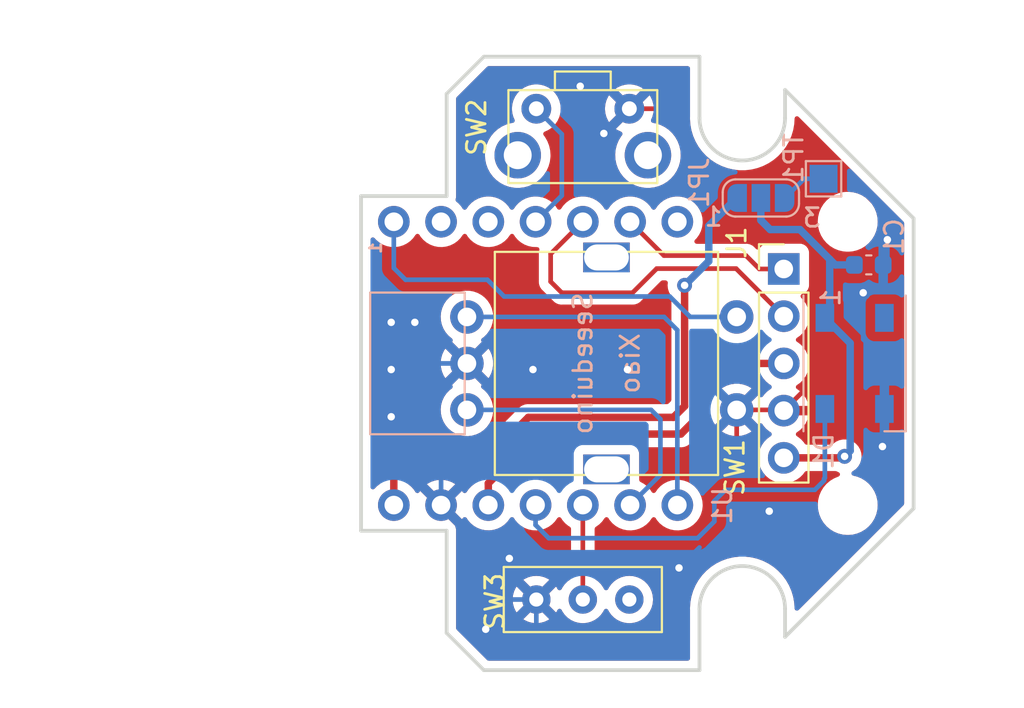
<source format=kicad_pcb>
(kicad_pcb (version 20211014) (generator pcbnew)
  (layers (0 "F.Cu" signal) (31 "B.Cu" signal) (34 "B.Paste" user) (35 "F.Paste" user) (36 "B.SilkS" user "B.Silkscreen") (37 "F.SilkS" user "F.Silkscreen") (38 "B.Mask" user) (39 "F.Mask" user) (44 "Edge.Cuts" user))
  (net 0 "")
  (net 1 "GND")
  (net 2 "Net-(D1-Pad4)")
  (net 3 "Net-(J1-Pad1)")
  (net 4 "Net-(J1-Pad2)")
  (net 5 "+3.3V")
  (net 6 "/POWER")
  (net 7 "+5V")
  (net 8 "Net-(SW1-Pad2)")
  (net 9 "/ROTARY_B")
  (net 10 "/ROTARY_A")
  (net 11 "Net-(SW3-Pad2)")
  (net 14 "/ROTARY_PUSH")
  (net 17 "Net-(JP1-Pad3)")
  (footprint "yishii:TactileSwitch_THBP07-043CB" (layer "F.Cu") (at 148.73 86.3 180)
    (fp_text reference "SW1" (at -8.17 -19.3 90 unlocked) (layer "F.SilkS"))
    (fp_text value "SW_Push")
    (fp_line (start -4 1) (end -4 -4) (layer "F.SilkS") (width 0.12))
    (fp_line (start -1.5 1) (end -1.5 2) (layer "F.SilkS") (width 0.12))
    (fp_line (start 4 1) (end -4 1) (layer "F.SilkS") (width 0.12))
    (fp_line (start 1.5 2) (end 1.5 1) (layer "F.SilkS") (width 0.12))
    (fp_line (start -4 -4) (end 4 -4) (layer "F.SilkS") (width 0.12))
    (fp_line (start -1.5 2) (end 1.5 2) (layer "F.SilkS") (width 0.12))
    (fp_line (start 4 -4) (end 4 1) (layer "F.SilkS") (width 0.12))
    (pad "1" thru_hole circle (at -2.5 0 180) (size 1.6 1.6) (drill 0.8) (layers *.Cu *.Mask) (net 1 "GND"))
    (pad "2" thru_hole circle (at 2.5 0 180) (size 1.6 1.6) (drill 0.8) (layers *.Cu *.Mask) (net 8 "Net-(SW1-Pad2)"))
    (pad "3" thru_hole circle (at -3.5 -2.5 180) (size 2.5 2.5) (drill 1.5) (layers *.Cu *.Mask))
    (pad "4" thru_hole circle (at 3.5 -2.5 180) (size 2.5 2.5) (drill 1.5) (layers *.Cu *.Mask))
  )
  (footprint "Connector_PinHeader_2.54mm:PinHeader_1x05_P2.54mm_Vertical" (layer "F.Cu") (at 159.53 94.92)
    (fp_text reference "J1" (at -2.53 -1.42 90) (layer "F.SilkS"))
    (fp_text value "Conn_01x05")
    (fp_line (start -1.33 0) (end -1.33 -1.33) (layer "F.SilkS") (width 0.12))
    (fp_line (start -1.33 1.27) (end -1.33 11.49) (layer "F.SilkS") (width 0.12))
    (fp_line (start -1.33 1.27) (end 1.33 1.27) (layer "F.SilkS") (width 0.12))
    (fp_line (start -1.33 -1.33) (end 0 -1.33) (layer "F.SilkS") (width 0.12))
    (fp_line (start -1.33 11.49) (end 1.33 11.49) (layer "F.SilkS") (width 0.12))
    (fp_line (start 1.33 1.27) (end 1.33 11.49) (layer "F.SilkS") (width 0.12))
    (pad "1" thru_hole rect (at 0 0) (size 1.7 1.7) (drill 1) (layers *.Cu *.Mask) (net 3 "Net-(J1-Pad1)"))
    (pad "2" thru_hole oval (at 0 2.54) (size 1.7 1.7) (drill 1) (layers *.Cu *.Mask) (net 4 "Net-(J1-Pad2)"))
    (pad "3" thru_hole oval (at 0 5.08) (size 1.7 1.7) (drill 1) (layers *.Cu *.Mask) (net 5 "+3.3V"))
    (pad "4" thru_hole oval (at 0 7.62) (size 1.7 1.7) (drill 1) (layers *.Cu *.Mask) (net 1 "GND"))
    (pad "5" thru_hole oval (at 0 10.16) (size 1.7 1.7) (drill 1) (layers *.Cu *.Mask) (net 6 "/POWER"))
  )
  (footprint "yishii:SlideSwitch_SS-12D00-G5" (layer "F.Cu") (at 148.73 112.7)
    (fp_text reference "SW3" (at -4.73 0.1 90 unlocked) (layer "F.SilkS"))
    (fp_text value "SW_SPDT")
    (fp_line (start 4.25 -1.75) (end 4.25 1.75) (layer "F.SilkS") (width 0.12))
    (fp_line (start 4.25 1.75) (end -4.25 1.75) (layer "F.SilkS") (width 0.12))
    (fp_line (start -4.25 1.75) (end -4.25 -1.75) (layer "F.SilkS") (width 0.12))
    (fp_line (start -4.25 -1.75) (end 4.25 -1.75) (layer "F.SilkS") (width 0.12))
    (pad "1" thru_hole circle (at -2.5 0) (size 1.524 1.524) (drill 0.762) (layers *.Cu *.Mask) (net 1 "GND"))
    (pad "2" thru_hole circle (at 0 0) (size 1.524 1.524) (drill 0.762) (layers *.Cu *.Mask) (net 11 "Net-(SW3-Pad2)"))
    (pad "3" thru_hole circle (at 2.5 0) (size 1.524 1.524) (drill 0.762) (layers *.Cu *.Mask))
  )
  (footprint "MountingHole:MountingHole_2.2mm_M2" (layer "F.Cu") (at 162.97 107.62)
    (fp_text reference "REF**")
    (fp_text value "MountingHole_2.2mm_M2")
    (pad "" np_thru_hole circle (at 0 0) (size 2.2 2.2) (drill 2.2) (layers *.Cu *.Mask))
  )
  (footprint "MountingHole:MountingHole_2.2mm_M2" (layer "F.Cu") (at 162.97 92.38)
    (fp_text reference "REF**")
    (fp_text value "MountingHole_2.2mm_M2")
    (pad "" np_thru_hole circle (at 0 0) (size 2.2 2.2) (drill 2.2) (layers *.Cu *.Mask))
  )
  (footprint "yishii:Encoder_Bourns_PEC11L" (layer "F.Cu") (at 150 100 -90)
    (fp_text reference "SW2" (at -12.7 6.985 90 unlocked) (layer "F.SilkS"))
    (fp_text value "RotaryEncoder_Switch")
    (fp_line (start -6 -6) (end 6 -6) (layer "F.SilkS") (width 0.12))
    (fp_line (start 6 6) (end -6 6) (layer "F.SilkS") (width 0.12))
    (fp_line (start 6 -6) (end 6 6) (layer "F.SilkS") (width 0.12))
    (fp_line (start -6 6) (end -6 -6) (layer "F.SilkS") (width 0.12))
    (pad "A" thru_hole circle (at -2.5 7.5 270) (size 1.8 1.8) (drill 1) (layers *.Cu *.Mask) (net 9 "/ROTARY_B"))
    (pad "A1" thru_hole rect (at -5.7 0 270) (size 1.6 2.5) (drill oval 1.4 2.4) (layers *.Cu *.Mask))
    (pad "A2" thru_hole rect (at 5.7 0 270) (size 1.6 2.5) (drill oval 1.4 2.4) (layers *.Cu *.Mask))
    (pad "B" thru_hole circle (at 2.5 7.5 270) (size 1.8 1.8) (drill 1) (layers *.Cu *.Mask) (net 10 "/ROTARY_A"))
    (pad "C" thru_hole circle (at 0 7.5 270) (size 1.8 1.8) (drill 1) (layers *.Cu *.Mask) (net 1 "GND"))
    (pad "S1" thru_hole circle (at -2.5 -7 270) (size 1.8 1.8) (drill 1) (layers *.Cu *.Mask) (net 14 "/ROTARY_PUSH"))
    (pad "S2" thru_hole circle (at 2.5 -7 270) (size 1.8 1.8) (drill 1) (layers *.Cu *.Mask) (net 1 "GND"))
  )
  (footprint "TestPoint:TestPoint_Pad_1.5x1.5mm" (layer "B.Cu") (at 161.669416 90.067679 -90)
    (fp_text reference "TP1" (at -1.111094 1.605785 -90) (layer "B.SilkS") (effects (justify mirror)))
    (fp_text value "TestPoint")
    (fp_line (start -0.95 0.95) (end 0.95 0.95) (layer "B.SilkS") (width 0.12))
    (fp_line (start 0.95 -0.95) (end -0.95 -0.95) (layer "B.SilkS") (width 0.12))
    (fp_line (start 0.95 0.95) (end 0.95 -0.95) (layer "B.SilkS") (width 0.12))
    (fp_line (start -0.95 -0.95) (end -0.95 0.95) (layer "B.SilkS") (width 0.12))
    (pad "1" smd rect (at 0 0 270) (size 1.5 1.5) (layers "B.Cu" "B.Mask") (net 17 "Net-(JP1-Pad3)"))
  )
  (footprint "yishii:Seeeduino_Xiao_PinHeader" (layer "B.Cu") (at 138.57 92.38 -90)
    (fp_text reference "U1" (at 15.277987 -17.662101 90 unlocked) (layer "B.SilkS") (effects (justify mirror)))
    (fp_text value "SeeeduinoXIAO")
    (fp_text user "Xiao" (at 7.62 -12.7 90 unlocked) (layer "B.SilkS") (effects (justify mirror)))
    (fp_text user "1" (at 1.412315 0.973441 90 unlocked) (layer "B.SilkS") (effects (font (size 0.6 0.6)) (justify mirror)))
    (fp_text user "Seeeduino" (at 7.62 -10.16 90 unlocked) (layer "B.SilkS") (effects (justify mirror)))
    (fp_line (start 11.43 1.27) (end 3.81 1.27) (layer "B.SilkS") (width 0.12))
    (fp_line (start 3.81 1.27) (end 3.81 -3.81) (layer "B.SilkS") (width 0.12))
    (fp_line (start 11.43 -3.81) (end 11.43 1.27) (layer "B.SilkS") (width 0.12))
    (fp_line (start 3.81 -3.81) (end 11.43 -3.81) (layer "B.SilkS") (width 0.12))
    (pad "1" thru_hole circle (at 0 0 270) (size 1.7 1.7) (drill 1) (layers *.Cu *.Mask) (net 14 "/ROTARY_PUSH"))
    (pad "2" thru_hole circle (at 0 -2.54 270) (size 1.7 1.7) (drill 1) (layers *.Cu *.Mask))
    (pad "3" thru_hole circle (at 0 -5.08 270) (size 1.7 1.7) (drill 1) (layers *.Cu *.Mask))
    (pad "4" thru_hole circle (at 0 -7.62 270) (size 1.7 1.7) (drill 1) (layers *.Cu *.Mask) (net 8 "Net-(SW1-Pad2)"))
    (pad "5" thru_hole circle (at 0 -10.16 270) (size 1.7 1.7) (drill 1) (layers *.Cu *.Mask) (net 4 "Net-(J1-Pad2)"))
    (pad "6" thru_hole circle (at 0 -12.7 270) (size 1.7 1.7) (drill 1) (layers *.Cu *.Mask) (net 3 "Net-(J1-Pad1)"))
    (pad "7" thru_hole circle (at 0 -15.24 270) (size 1.7 1.7) (drill 1) (layers *.Cu *.Mask))
    (pad "8" thru_hole circle (at 15.24 -15.24 270) (size 1.7 1.7) (drill 1) (layers *.Cu *.Mask) (net 9 "/ROTARY_B"))
    (pad "9" thru_hole circle (at 15.24 -12.7 270) (size 1.7 1.7) (drill 1) (layers *.Cu *.Mask) (net 10 "/ROTARY_A"))
    (pad "10" thru_hole circle (at 15.24 -10.16 270) (size 1.7 1.7) (drill 1) (layers *.Cu *.Mask) (net 11 "Net-(SW3-Pad2)"))
    (pad "11" thru_hole circle (at 15.24 -7.62 270) (size 1.7 1.7) (drill 1) (layers *.Cu *.Mask) (net 2 "Net-(D1-Pad4)"))
    (pad "12" thru_hole circle (at 15.24 -5.08 270) (size 1.7 1.7) (drill 1) (layers *.Cu *.Mask) (net 5 "+3.3V"))
    (pad "13" thru_hole circle (at 15.24 -2.54 270) (size 1.7 1.7) (drill 1) (layers *.Cu *.Mask) (net 1 "GND"))
    (pad "14" thru_hole circle (at 15.24 0 270) (size 1.7 1.7) (drill 1) (layers *.Cu *.Mask) (net 7 "+5V"))
  )
  (footprint "LED_SMD:LED_WS2812B_PLCC4_5.0x5.0mm_P3.2mm" (layer "B.Cu") (at 163.34 100 -90)
    (fp_text reference "D1" (at 4.725394 1.657677 90) (layer "B.SilkS") (effects (justify mirror)))
    (fp_text value "WS2812B")
    (fp_text user "1" (at -3.540109 1.283062 90) (layer "B.SilkS") (effects (justify mirror)))
    (fp_line (start 3.65 -2.75) (end 3.65 -1.6) (layer "B.SilkS") (width 0.12))
    (fp_line (start -3.65 2.75) (end 3.65 2.75) (layer "B.SilkS") (width 0.12))
    (fp_line (start -3.65 -2.75) (end 3.65 -2.75) (layer "B.SilkS") (width 0.12))
    (pad "1" smd rect (at -2.45 1.6 270) (size 1.5 1) (layers "B.Cu" "B.Paste" "B.Mask") (net 6 "/POWER"))
    (pad "2" smd rect (at -2.45 -1.6 270) (size 1.5 1) (layers "B.Cu" "B.Paste" "B.Mask"))
    (pad "3" smd rect (at 2.45 -1.6 270) (size 1.5 1) (layers "B.Cu" "B.Paste" "B.Mask") (net 1 "GND"))
    (pad "4" smd rect (at 2.45 1.6 270) (size 1.5 1) (layers "B.Cu" "B.Paste" "B.Mask") (net 2 "Net-(D1-Pad4)"))
  )
  (footprint "Capacitor_SMD:C_0603_1608Metric" (layer "B.Cu") (at 164.1 94.7)
    (fp_text reference "C1" (at 1.366633 -1.521482 90) (layer "B.SilkS") (effects (justify mirror)))
    (fp_text value "C")
    (fp_line (start -0.14058 0.51) (end 0.14058 0.51) (layer "B.SilkS") (width 0.12))
    (fp_line (start -0.14058 -0.51) (end 0.14058 -0.51) (layer "B.SilkS") (width 0.12))
    (pad "1" smd roundrect (at -0.775 0) (size 0.9 0.95) (layers "B.Cu" "B.Paste" "B.Mask") (net 6 "/POWER"))
    (pad "2" smd roundrect (at 0.775 0) (size 0.9 0.95) (layers "B.Cu" "B.Paste" "B.Mask") (net 1 "GND"))
  )
  (footprint "Jumper:SolderJumper-3_P1.3mm_Open_RoundedPad1.0x1.5mm_NumberLabels" (layer "B.Cu") (at 158.3 91.1)
    (fp_text reference "JP1" (at -3.309666 -0.823533 90) (layer "B.SilkS") (effects (justify mirror)))
    (fp_text value "SolderJumper_3_Open")
    (fp_text user "3" (at 2.736972 1.066658) (layer "B.SilkS") (effects (justify mirror)))
    (fp_text user "1" (at -2.542556 1.020829) (layer "B.SilkS") (effects (justify mirror)))
    (fp_line (start 1.4 -1) (end -1.4 -1) (layer "B.SilkS") (width 0.12))
    (fp_line (start -1.4 1) (end 1.4 1) (layer "B.SilkS") (width 0.12))
    (fp_line (start -2.05 -0.3) (end -2.05 0.3) (layer "B.SilkS") (width 0.12))
    (fp_line (start 2.05 0.3) (end 2.05 -0.3) (layer "B.SilkS") (width 0.12))
    (fp_arc (start 1.35 -1) (mid 1.844975 -0.794975) (end 2.05 -0.3) (layer "B.SilkS") (width 0.12))
    (fp_arc (start -2.05 -0.3) (mid -1.844975 -0.794975) (end -1.35 -1) (layer "B.SilkS") (width 0.12))
    (fp_arc (start 2.05 0.3) (mid 1.844975 0.794975) (end 1.35 1) (layer "B.SilkS") (width 0.12))
    (fp_arc (start -1.35 1) (mid -1.844975 0.794975) (end -2.05 0.3) (layer "B.SilkS") (width 0.12))
    (pad "1" smd custom (at -1.3 0) (size 1 0.5) (layers "B.Cu" "B.Mask") (net 7 "+5V") (options (clearance outline) (anchor rect)) (primitives (gr_circle (center 0 -0.25) (end 0.5 -0.25) (width 0) (fill yes)) (gr_circle (center 0 0.25) (end 0.5 0.25) (width 0) (fill yes)) (gr_poly (pts (xy 0.55 -0.75) (xy 0 -0.75) (xy 0 0.75) (xy 0.55 0.75)) (width 0) (fill yes))))
    (pad "2" smd rect (at 0 0) (size 1 1.5) (layers "B.Cu" "B.Mask") (net 6 "/POWER"))
    (pad "3" smd custom (at 1.3 0) (size 1 0.5) (layers "B.Cu" "B.Mask") (net 17 "Net-(JP1-Pad3)") (options (clearance outline) (anchor rect)) (primitives (gr_circle (center 0 -0.25) (end 0.5 -0.25) (width 0) (fill yes)) (gr_circle (center 0 0.25) (end 0.5 0.25) (width 0) (fill yes)) (gr_poly (pts (xy 0 -0.75) (xy -0.55 -0.75) (xy -0.55 0.75) (xy 0 0.75)) (width 0) (fill yes))))
  )
  (gr_line (start 141.4091 109) (end 141.4091 114.5) (layer "Edge.Cuts") (width 0.2))
  (gr_line (start 166.5091 107.8) (end 166.5091 92.2) (layer "Edge.Cuts") (width 0.2))
  (gr_line (start 155 86.8) (end 155 83.5) (layer "Edge.Cuts") (width 0.2))
  (gr_line (start 141.4091 85.5) (end 141.4091 91) (layer "Edge.Cuts") (width 0.2))
  (gr_line (start 141.4091 114.5) (end 143.4091 116.5) (layer "Edge.Cuts") (width 0.2))
  (gr_line (start 159.6 114.7091) (end 166.5091 107.8) (layer "Edge.Cuts") (width 0.2))
  (gr_line (start 141.4091 91) (end 136.8091 91) (layer "Edge.Cuts") (width 0.2))
  (gr_arc (start 159.6 86.8) (mid 157.3 89.1) (end 155 86.8) (layer "Edge.Cuts") (width 0.2))
  (gr_line (start 143.4091 116.5) (end 155 116.5) (layer "Edge.Cuts") (width 0.2))
  (gr_line (start 166.5091 92.2) (end 159.6 85.2909) (layer "Edge.Cuts") (width 0.2))
  (gr_line (start 159.6 85.2909) (end 159.6 86.8) (layer "Edge.Cuts") (width 0.2))
  (gr_line (start 136.8091 91) (end 136.8091 109) (layer "Edge.Cuts") (width 0.2))
  (gr_line (start 155 116.5) (end 155.000001 113.202292) (layer "Edge.Cuts") (width 0.2))
  (gr_line (start 136.8091 109) (end 141.4091 109) (layer "Edge.Cuts") (width 0.2))
  (gr_line (start 155 83.5) (end 143.4091 83.5) (layer "Edge.Cuts") (width 0.2))
  (gr_line (start 143.4091 83.5) (end 141.4091 85.5) (layer "Edge.Cuts") (width 0.2))
  (gr_line (start 159.6 113.2) (end 159.6 114.7091) (layer "Edge.Cuts") (width 0.2))
  (gr_arc (start 155.000001 113.202292) (mid 157.298854 110.9) (end 159.6 113.2) (layer "Edge.Cuts") (width 0.2))
  (segment (start 157 102.5) (end 159.49 102.5) (width 0.25) (layer "F.Cu") (net 1))
  (segment (start 154.2 87.3) (end 154.2 88.8) (width 0.25) (layer "F.Cu") (net 1))
  (segment (start 156.2 109.9) (end 157 109.1) (width 0.25) (layer "F.Cu") (net 1))
  (segment (start 154.2 88.8) (end 155.3 89.9) (width 0.25) (layer "F.Cu") (net 1))
  (segment (start 161.105 100.965) (end 162.56 100.965) (width 0.25) (layer "F.Cu") (net 1))
  (segment (start 165.1 92.075) (end 165.1 93.345) (width 0.25) (layer "F.Cu") (net 1))
  (segment (start 164.796531 104.471531) (end 164.83525 104.471531) (width 0.25) (layer "F.Cu") (net 1))
  (segment (start 153.9 111) (end 155 109.9) (width 0.25) (layer "F.Cu") (net 1))
  (segment (start 159.53 102.54) (end 161.105 100.965) (width 0.25) (layer "F.Cu") (net 1))
  (segment (start 159.49 102.5) (end 159.53 102.54) (width 0.25) (layer "F.Cu") (net 1))
  (segment (start 153.2 86.3) (end 154.2 87.3) (width 0.25) (layer "F.Cu") (net 1))
  (segment (start 157 109.1) (end 157 102.5) (width 0.25) (layer "F.Cu") (net 1))
  (segment (start 163.195 101.6) (end 163.195 102.87) (width 0.25) (layer "F.Cu") (net 1))
  (segment (start 151.23 86.3) (end 153.2 86.3) (width 0.25) (layer "F.Cu") (net 1))
  (segment (start 162.56 100.965) (end 163.195 101.6) (width 0.25) (layer "F.Cu") (net 1))
  (segment (start 162.925 89.9) (end 165.1 92.075) (width 0.25) (layer "F.Cu") (net 1))
  (segment (start 163.195 102.87) (end 164.796531 104.471531) (width 0.25) (layer "F.Cu") (net 1))
  (segment (start 155 109.9) (end 156.2 109.9) (width 0.25) (layer "F.Cu") (net 1))
  (segment (start 155.3 89.9) (end 162.925 89.9) (width 0.25) (layer "F.Cu") (net 1))
  (via (at 143.51 114.3) (size 0.8) (drill 0.4) (layers "F.Cu" "B.Cu") (net 1))
  (via (at 164.83525 104.471531) (size 0.8) (drill 0.4) (layers "F.Cu" "B.Cu") (net 1))
  (via (at 165.1 93.345) (size 0.8) (drill 0.4) (layers "F.Cu" "B.Cu") (net 1))
  (via (at 138.43 102.87) (size 0.8) (drill 0.4) (layers "F.Cu" "B.Cu") (net 1))
  (via (at 158.75 107.95) (size 0.8) (drill 0.4) (layers "F.Cu" "B.Cu") (net 1))
  (via (at 138.43 97.79) (size 0.8) (drill 0.4) (layers "F.Cu" "B.Cu") (net 1))
  (via (at 138.43 100.33) (size 0.8) (drill 0.4) (layers "F.Cu" "B.Cu") (net 1))
  (via (at 139.7 97.79) (size 0.8) (drill 0.4) (layers "F.Cu" "B.Cu") (net 1))
  (via (at 151.13 100.33) (size 0.8) (drill 0.4) (layers "F.Cu" "B.Cu") (net 1))
  (via (at 163.8 96.2) (size 0.8) (drill 0.4) (layers "F.Cu" "B.Cu") (net 1))
  (via (at 153.9 111) (size 0.8) (drill 0.4) (layers "F.Cu" "B.Cu") (net 1))
  (via (at 148.59 85.09) (size 0.8) (drill 0.4) (layers "F.Cu" "B.Cu") (net 1))
  (via (at 144.78 110.49) (size 0.8) (drill 0.4) (layers "F.Cu" "B.Cu") (net 1))
  (via (at 149.86 87.63) (size 0.8) (drill 0.4) (layers "F.Cu" "B.Cu") (net 1))
  (via (at 146.05 100.33) (size 0.8) (drill 0.4) (layers "F.Cu" "B.Cu") (net 1))
  (segment (start 146.23 112.7) (end 146.23 114.23) (width 0.25) (layer "B.Cu") (net 1))
  (segment (start 164.83525 104.471531) (end 164.83525 102.55475) (width 0.25) (layer "B.Cu") (net 1))
  (segment (start 140.4 103.8) (end 140.4 100.5) (width 0.25) (layer "B.Cu") (net 1))
  (segment (start 164.94 102.45) (end 164.94 99.84) (width 0.25) (layer "B.Cu") (net 1))
  (segment (start 165.1 93.345) (end 165.1 94.475) (width 0.25) (layer "B.Cu") (net 1))
  (segment (start 152.6 115.1) (end 152.8 115.1) (width 0.25) (layer "B.Cu") (net 1))
  (segment (start 146.23 114.23) (end 146.9 114.9) (width 0.25) (layer "B.Cu") (net 1))
  (segment (start 143.9 112.8) (end 144 112.7) (width 0.25) (layer "B.Cu") (net 1))
  (segment (start 152.8 115.1) (end 153.7 114.2) (width 0.25) (layer "B.Cu") (net 1))
  (segment (start 140.9 100) (end 142.5 100) (width 0.25) (layer "B.Cu") (net 1))
  (segment (start 153.9 114) (end 153.9 111) (width 0.25) (layer "B.Cu") (net 1))
  (segment (start 142.7 109.21) (end 142.7 111.6) (width 0.25) (layer "B.Cu") (net 1))
  (segment (start 146.9 114.9) (end 147.1 115.1) (width 0.25) (layer "B.Cu") (net 1))
  (segment (start 163.8 96.2) (end 163.8 95.775) (width 0.25) (layer "B.Cu") (net 1))
  (segment (start 147.1 115.1) (end 152.6 115.1) (width 0.25) (layer "B.Cu") (net 1))
  (segment (start 163.8 98.7) (end 163.8 96.2) (width 0.25) (layer "B.Cu") (net 1))
  (segment (start 164.83525 102.55475) (end 164.94 102.45) (width 0.25) (layer "B.Cu") (net 1))
  (segment (start 142.7 111.6) (end 143.9 112.8) (width 0.25) (layer "B.Cu") (net 1))
  (segment (start 165.2 102.71) (end 164.94 102.45) (width 0.25) (layer "B.Cu") (net 1))
  (segment (start 153.9 111) (end 155 109.9) (width 0.25) (layer "B.Cu") (net 1))
  (segment (start 141.11 107.62) (end 141.11 104.51) (width 0.25) (layer "B.Cu") (net 1))
  (segment (start 141.11 104.51) (end 140.4 103.8) (width 0.25) (layer "B.Cu") (net 1))
  (segment (start 153.7 114.2) (end 153.9 114) (width 0.25) (layer "B.Cu") (net 1))
  (segment (start 144 112.7) (end 146.23 112.7) (width 0.25) (layer "B.Cu") (net 1))
  (segment (start 164.94 99.84) (end 163.8 98.7) (width 0.25) (layer "B.Cu") (net 1))
  (segment (start 141.11 107.62) (end 142.7 109.21) (width 0.25) (layer "B.Cu") (net 1))
  (segment (start 165.1 94.475) (end 164.875 94.7) (width 0.25) (layer "B.Cu") (net 1))
  (segment (start 140.4 100.5) (end 140.9 100) (width 0.25) (layer "B.Cu") (net 1))
  (segment (start 161.74 106.16) (end 161.74 102.45) (width 0.25) (layer "B.Cu") (net 2))
  (segment (start 146.9 109.4) (end 154.9 109.4) (width 0.25) (layer "B.Cu") (net 2))
  (segment (start 155.8 107.4) (end 156.4 106.8) (width 0.25) (layer "B.Cu") (net 2))
  (segment (start 161.2 106.8) (end 161.7 106.3) (width 0.25) (layer "B.Cu") (net 2))
  (segment (start 161.7 106.3) (end 161.7 106.2) (width 0.25) (layer "B.Cu") (net 2))
  (segment (start 146.19 108.69) (end 146.9 109.4) (width 0.25) (layer "B.Cu") (net 2))
  (segment (start 155.8 108.5) (end 155.8 107.4) (width 0.25) (layer "B.Cu") (net 2))
  (segment (start 156.4 106.8) (end 161.2 106.8) (width 0.25) (layer "B.Cu") (net 2))
  (segment (start 161.7 106.2) (end 161.74 106.16) (width 0.25) (layer "B.Cu") (net 2))
  (segment (start 146.19 107.62) (end 146.19 108.69) (width 0.25) (layer "B.Cu") (net 2))
  (segment (start 154.9 109.4) (end 155.8 108.5) (width 0.25) (layer "B.Cu") (net 2))
  (segment (start 158.22 94.92) (end 159.53 94.92) (width 0.25) (layer "F.Cu") (net 3))
  (segment (start 151.27 92.38) (end 153.09 94.2) (width 0.25) (layer "F.Cu") (net 3))
  (segment (start 157.5 94.2) (end 158.22 94.92) (width 0.25) (layer "F.Cu") (net 3))
  (segment (start 153.09 94.2) (end 157.5 94.2) (width 0.25) (layer "F.Cu") (net 3))
  (segment (start 156.97 94.9) (end 152.7 94.9) (width 0.25) (layer "F.Cu") (net 4))
  (segment (start 152.7 94.9) (end 151.4 96.2) (width 0.25) (layer "F.Cu") (net 4))
  (segment (start 151.4 96.2) (end 147.6 96.2) (width 0.25) (layer "F.Cu") (net 4))
  (segment (start 147 94.1) (end 147.01 94.1) (width 0.25) (layer "F.Cu") (net 4))
  (segment (start 159.53 97.46) (end 156.97 94.9) (width 0.25) (layer "F.Cu") (net 4))
  (segment (start 147 95.6) (end 147 94.1) (width 0.25) (layer "F.Cu") (net 4))
  (segment (start 147.01 94.1) (end 148.73 92.38) (width 0.25) (layer "F.Cu") (net 4))
  (segment (start 147.6 96.2) (end 147 95.6) (width 0.25) (layer "F.Cu") (net 4))
  (segment (start 143.65 107.62) (end 143.65 106.45) (width 0.4) (layer "F.Cu") (net 5))
  (segment (start 155.2 100.5) (end 155.7 100) (width 0.4) (layer "F.Cu") (net 5))
  (segment (start 146.3 103.8) (end 154 103.8) (width 0.4) (layer "F.Cu") (net 5))
  (segment (start 154 103.8) (end 155.2 102.6) (width 0.4) (layer "F.Cu") (net 5))
  (segment (start 143.65 106.45) (end 146.3 103.8) (width 0.4) (layer "F.Cu") (net 5))
  (segment (start 155.2 102.6) (end 155.2 100.5) (width 0.4) (layer "F.Cu") (net 5))
  (segment (start 155.7 100) (end 159.53 100) (width 0.4) (layer "F.Cu") (net 5))
  (segment (start 159.53 105.08) (end 162.72 105.08) (width 0.4) (layer "F.Cu") (net 6))
  (segment (start 162.72 105.08) (end 162.8 105) (width 0.4) (layer "F.Cu") (net 6))
  (via (at 162.8 105) (size 0.8) (drill 0.4) (layers "F.Cu" "B.Cu") (net 6))
  (segment (start 162.8 105) (end 163.1 104.7) (width 0.4) (layer "B.Cu") (net 6))
  (segment (start 161.74 97.55) (end 161.95 97.55) (width 0.4) (layer "B.Cu") (net 6))
  (segment (start 160.4 92.8) (end 162 94.4) (width 0.4) (layer "B.Cu") (net 6))
  (segment (start 158.3 92.3) (end 158.8 92.8) (width 0.4) (layer "B.Cu") (net 6))
  (segment (start 158.8 92.8) (end 160.4 92.8) (width 0.4) (layer "B.Cu") (net 6))
  (segment (start 162 94.4) (end 162.3 94.7) (width 0.4) (layer "B.Cu") (net 6))
  (segment (start 158.3 91.1) (end 158.3 92.3) (width 0.4) (layer "B.Cu") (net 6))
  (segment (start 162 97.29) (end 161.74 97.55) (width 0.4) (layer "B.Cu") (net 6))
  (segment (start 163.1 98.91) (end 161.74 97.55) (width 0.4) (layer "B.Cu") (net 6))
  (segment (start 163.1 104.7) (end 163.1 98.91) (width 0.4) (layer "B.Cu") (net 6))
  (segment (start 162 94.4) (end 162 97.29) (width 0.4) (layer "B.Cu") (net 6))
  (segment (start 162.3 94.7) (end 163.325 94.7) (width 0.4) (layer "B.Cu") (net 6))
  (segment (start 139.5 105) (end 143.7 105) (width 0.4) (layer "F.Cu") (net 7))
  (segment (start 145.8 102.9) (end 153.6 102.9) (width 0.4) (layer "F.Cu") (net 7))
  (segment (start 154.2 102.3) (end 154.2 95.9) (width 0.4) (layer "F.Cu") (net 7))
  (segment (start 143.7 105) (end 145.8 102.9) (width 0.4) (layer "F.Cu") (net 7))
  (segment (start 138.57 107.62) (end 138.57 105.93) (width 0.4) (layer "F.Cu") (net 7))
  (segment (start 153.6 102.9) (end 154.2 102.3) (width 0.4) (layer "F.Cu") (net 7))
  (segment (start 138.57 105.93) (end 139.5 105) (width 0.4) (layer "F.Cu") (net 7))
  (via (at 154.2 95.8) (size 0.8) (drill 0.4) (layers "F.Cu" "B.Cu") (net 7))
  (segment (start 155.5 92.6) (end 155.5 94.5) (width 0.4) (layer "B.Cu") (net 7))
  (segment (start 155.5 94.5) (end 154.2 95.8) (width 0.4) (layer "B.Cu") (net 7))
  (segment (start 157 91.1) (end 155.5 92.6) (width 0.4) (layer "B.Cu") (net 7))
  (segment (start 146.23 86.3) (end 147.6 87.67) (width 0.25) (layer "B.Cu") (net 8))
  (segment (start 147.6 90.97) (end 146.19 92.38) (width 0.25) (layer "B.Cu") (net 8))
  (segment (start 147.6 87.67) (end 147.6 90.97) (width 0.25) (layer "B.Cu") (net 8))
  (segment (start 142.5 97.5) (end 153.1 97.5) (width 0.25) (layer "B.Cu") (net 9))
  (segment (start 153.81 98.21) (end 153.81 107.62) (width 0.25) (layer "B.Cu") (net 9))
  (segment (start 153.1 97.5) (end 153.81 98.21) (width 0.25) (layer "B.Cu") (net 9))
  (segment (start 152.4 102.5) (end 142.5 102.5) (width 0.25) (layer "B.Cu") (net 10))
  (segment (start 152.9 103) (end 152.4 102.5) (width 0.25) (layer "B.Cu") (net 10))
  (segment (start 151.27 107.62) (end 152.9 105.99) (width 0.25) (layer "B.Cu") (net 10))
  (segment (start 152.9 105.99) (end 152.9 103) (width 0.25) (layer "B.Cu") (net 10))
  (segment (start 148.73 107.62) (end 148.73 112.7) (width 0.25) (layer "F.Cu") (net 11))
  (segment (start 153.4 96.4) (end 144.5 96.4) (width 0.25) (layer "B.Cu") (net 14))
  (segment (start 138.57 94.87) (end 138.57 92.38) (width 0.25) (layer "B.Cu") (net 14))
  (segment (start 143.6 95.5) (end 139.2 95.5) (width 0.25) (layer "B.Cu") (net 14))
  (segment (start 157 97.5) (end 154.5 97.5) (width 0.25) (layer "B.Cu") (net 14))
  (segment (start 154.5 97.5) (end 153.4 96.4) (width 0.25) (layer "B.Cu") (net 14))
  (segment (start 144.5 96.4) (end 143.6 95.5) (width 0.25) (layer "B.Cu") (net 14))
  (segment (start 139.2 95.5) (end 138.57 94.87) (width 0.25) (layer "B.Cu") (net 14))
  (segment (start 160.632321 90.067679) (end 159.6 91.1) (width 0.25) (layer "B.Cu") (net 17))
  (segment (start 161.669416 90.067679) (end 160.632321 90.067679) (width 0.25) (layer "B.Cu") (net 17))
  (zone (net 1) (net_name "GND") (layers F&B.Cu) (connect_pads (clearance 0.508)) (min_thickness 0.254) (fill yes (thermal_gap 0.508) (thermal_bridge_width 0.508))
    (polygon (pts (xy 154.9 86.9) (xy 155.1 87.6) (xy 155.6 88.4) (xy 156.2 88.9) (xy 157.2 89.2) (xy 158.2 89) (xy 158.9 88.6) (xy 159.4 87.9) (xy 159.7 87.1) (xy 159.7 85.5) (xy 166.5 92.3) (xy 166.5 107.8) (xy 159.7 114.4) (xy 159.7 113.2) (xy 159.5 112.3) (xy 159.1 111.5) (xy 158.1 111) (xy 157.3 110.9) (xy 156.3 111) (xy 155.7 111.4) (xy 155.2 112) (xy 154.9 112.9) (xy 154.9 116.5) (xy 143.5 116.4) (xy 141.6 114.4) (xy 141.6 108.8) (xy 137 108.8) (xy 137 91.1) (xy 141.5 91) (xy 141.5 85.5) (xy 143.4 83.6) (xy 154.9 83.6)))
  )
)
</source>
